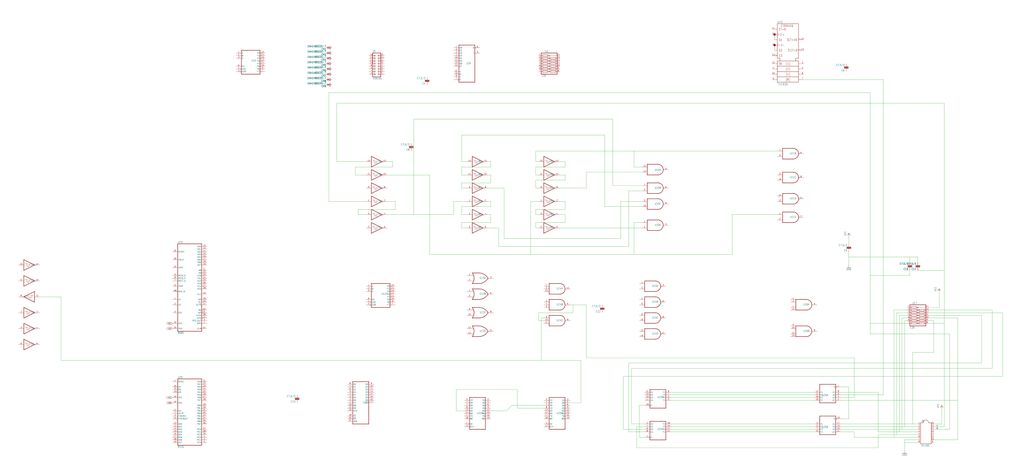
<source format=kicad_sch>
(kicad_sch (version 20211123) (generator eeschema)
  (paper "User" 980.44 456.336)
  (wire (pts (xy 894.08 337.82) (xy 894.08 307.34)))
  (wire (pts (xy 894.08 411.48) (xy 909.32 411.48)))
  (wire (pts (xy 812.8 246.38) (xy 871.22 246.38)))
  (wire (pts (xy 871.22 246.38) (xy 878.84 246.38)))
  (wire (pts (xy 520.7 304.8) (xy 518.16 304.8)))
  (wire (pts (xy 960.12 299.72) (xy 889 299.72)))
  (wire (pts (xy 701.04 205.74) (xy 744.22 205.74)))
  (wire (pts (xy 513.08 160.02) (xy 541.02 160.02)))
  (wire (pts (xy 434.34 193.04) (xy 447.04 193.04)))
  (wire (pts (xy 469.9 167.64) (xy 469.9 175.26)))
  (wire (pts (xy 878.84 411.48) (xy 863.6 411.48)))
  (wire (pts (xy 520.7 391.16) (xy 495.3 391.16)))
  (wire (pts (xy 467.36 193.04) (xy 469.9 193.04)))
  (wire (pts (xy 617.22 411.48) (xy 596.9 411.48)))
  (wire (pts (xy 805.18 401.32) (xy 812.8 401.32)))
  (wire (pts (xy 340.36 167.64) (xy 350.52 167.64)))
  (wire (pts (xy 861.06 302.26) (xy 868.68 302.26)))
  (wire (pts (xy 436.88 393.7) (xy 444.5 393.7)))
  (wire (pts (xy 515.62 307.34) (xy 515.62 299.72)))
  (wire (pts (xy 949.96 297.18) (xy 889 297.18)))
  (wire (pts (xy 513.08 154.94) (xy 513.08 144.78)))
  (wire (pts (xy 541.02 167.64) (xy 535.94 167.64)))
  (wire (pts (xy 469.9 193.04) (xy 469.9 198.12)))
  (wire (pts (xy 617.22 414.02) (xy 601.98 414.02)))
  (wire (pts (xy 477.52 236.22) (xy 601.98 236.22)))
  (wire (pts (xy 607.06 213.36) (xy 607.06 243.84)))
  (wire (pts (xy 441.96 205.74) (xy 447.04 205.74)))
  (wire (pts (xy 868.68 304.8) (xy 863.6 304.8)))
  (wire (pts (xy 561.34 292.1) (xy 561.34 342.9)))
  (wire (pts (xy 642.62 414.02) (xy 779.78 414.02)))
  (wire (pts (xy 441.96 154.94) (xy 441.96 129.54)))
  (wire (pts (xy 375.92 160.02) (xy 340.36 160.02)))
  (wire (pts (xy 594.36 193.04) (xy 614.68 193.04)))
  (wire (pts (xy 518.16 345.44) (xy 58.42 345.44)))
  (wire (pts (xy 556.26 386.08) (xy 546.1 386.08)))
  (wire (pts (xy 779.78 383.54) (xy 642.62 383.54)))
  (wire (pts (xy 546.1 292.1) (xy 548.64 292.1)))
  (wire (pts (xy 878.84 424.18) (xy 866.14 424.18)))
  (wire (pts (xy 812.8 401.32) (xy 812.8 370.84)))
  (wire (pts (xy 548.64 299.72) (xy 548.64 292.1)))
  (wire (pts (xy 609.6 408.94) (xy 617.22 408.94)))
  (wire (pts (xy 594.36 228.6) (xy 594.36 193.04)))
  (wire (pts (xy 866.14 421.64) (xy 866.14 424.18)))
  (wire (pts (xy 612.14 388.62) (xy 612.14 419.1)))
  (wire (pts (xy 868.68 297.18) (xy 855.98 297.18)))
  (wire (pts (xy 467.36 180.34) (xy 482.6 180.34)))
  (wire (pts (xy 909.32 411.48) (xy 909.32 320.04)))
  (wire (pts (xy 604.52 406.4) (xy 604.52 353.06)))
  (wire (pts (xy 541.02 213.36) (xy 513.08 213.36)))
  (wire (pts (xy 607.06 144.78) (xy 607.06 160.02)))
  (wire (pts (xy 411.48 243.84) (xy 508 243.84)))
  (wire (pts (xy 596.9 411.48) (xy 596.9 360.68)))
  (wire (pts (xy 378.46 193.04) (xy 378.46 200.66)))
  (wire (pts (xy 467.36 167.64) (xy 469.9 167.64)))
  (wire (pts (xy 579.12 129.54) (xy 579.12 198.12)))
  (wire (pts (xy 541.02 205.74) (xy 541.02 213.36)))
  (wire (pts (xy 601.98 182.88) (xy 614.68 182.88)))
  (wire (pts (xy 513.08 167.64) (xy 513.08 160.02)))
  (wire (pts (xy 873.76 337.82) (xy 894.08 337.82)))
  (wire (pts (xy 441.96 160.02) (xy 441.96 167.64)))
  (wire (pts (xy 612.14 419.1) (xy 617.22 419.1)))
  (wire (pts (xy 812.8 233.68) (xy 812.8 226.06)))
  (wire (pts (xy 342.9 200.66) (xy 342.9 205.74)))
  (wire (pts (xy 601.98 347.98) (xy 939.8 347.98)))
  (wire (pts (xy 868.68 309.88) (xy 833.12 309.88)))
  (wire (pts (xy 878.84 421.64) (xy 866.14 421.64)))
  (wire (pts (xy 769.62 76.2) (xy 845.82 76.2)))
  (wire (pts (xy 520.7 388.62) (xy 490.22 388.62)))
  (wire (pts (xy 436.88 373.38) (xy 436.88 393.7)))
  (wire (pts (xy 350.52 154.94) (xy 322.58 154.94)))
  (wire (pts (xy 378.46 200.66) (xy 342.9 200.66)))
  (wire (pts (xy 894.08 307.34) (xy 889 307.34)))
  (wire (pts (xy 495.3 391.16) (xy 495.3 373.38)))
  (wire (pts (xy 467.36 205.74) (xy 469.9 205.74)))
  (wire (pts (xy 939.8 302.26) (xy 889 302.26)))
  (wire (pts (xy 939.8 347.98) (xy 939.8 302.26)))
  (wire (pts (xy 878.84 246.38) (xy 878.84 251.46)))
  (wire (pts (xy 840.74 416.56) (xy 840.74 429.26)))
  (wire (pts (xy 855.98 297.18) (xy 855.98 419.1)))
  (wire (pts (xy 447.04 154.94) (xy 441.96 154.94)))
  (wire (pts (xy 482.6 228.6) (xy 594.36 228.6)))
  (wire (pts (xy 601.98 236.22) (xy 601.98 182.88)))
  (wire (pts (xy 642.62 411.48) (xy 779.78 411.48)))
  (wire (pts (xy 878.84 408.94) (xy 866.14 408.94)))
  (wire (pts (xy 863.6 304.8) (xy 863.6 411.48)))
  (wire (pts (xy 833.12 88.9) (xy 314.96 88.9)))
  (wire (pts (xy 541.02 200.66) (xy 513.08 200.66)))
  (wire (pts (xy 535.94 205.74) (xy 541.02 205.74)))
  (wire (pts (xy 812.8 370.84) (xy 805.18 370.84)))
  (wire (pts (xy 845.82 76.2) (xy 845.82 378.46)))
  (wire (pts (xy 485.14 393.7) (xy 469.9 393.7)))
  (wire (pts (xy 375.92 154.94) (xy 375.92 160.02)))
  (wire (pts (xy 904.24 309.88) (xy 904.24 408.94)))
  (wire (pts (xy 744.22 144.78) (xy 607.06 144.78)))
  (wire (pts (xy 541.02 172.72) (xy 541.02 167.64)))
  (wire (pts (xy 495.3 373.38) (xy 436.88 373.38)))
  (wire (pts (xy 617.22 406.4) (xy 604.52 406.4)))
  (wire (pts (xy 817.88 419.1) (xy 817.88 414.02)))
  (wire (pts (xy 889 294.64) (xy 899.16 294.64)))
  (wire (pts (xy 508 243.84) (xy 607.06 243.84)))
  (wire (pts (xy 58.42 345.44) (xy 58.42 284.48)))
  (wire (pts (xy 513.08 172.72) (xy 541.02 172.72)))
  (wire (pts (xy 482.6 180.34) (xy 482.6 228.6)))
  (wire (pts (xy 441.96 167.64) (xy 447.04 167.64)))
  (wire (pts (xy 513.08 180.34) (xy 513.08 172.72)))
  (wire (pts (xy 441.96 180.34) (xy 447.04 180.34)))
  (wire (pts (xy 469.9 213.36) (xy 441.96 213.36)))
  (wire (pts (xy 515.62 180.34) (xy 513.08 180.34)))
  (wire (pts (xy 556.26 345.44) (xy 556.26 386.08)))
  (wire (pts (xy 609.6 429.26) (xy 609.6 408.94)))
  (wire (pts (xy 586.74 114.3) (xy 586.74 177.8)))
  (wire (pts (xy 894.08 421.64) (xy 916.94 421.64)))
  (wire (pts (xy 477.52 218.44) (xy 477.52 236.22)))
  (wire (pts (xy 617.22 388.62) (xy 612.14 388.62)))
  (wire (pts (xy 314.96 193.04) (xy 350.52 193.04)))
  (wire (pts (xy 871.22 251.46) (xy 871.22 246.38)))
  (wire (pts (xy 434.34 205.74) (xy 434.34 193.04)))
  (wire (pts (xy 586.74 177.8) (xy 614.68 177.8)))
  (wire (pts (xy 812.8 246.38) (xy 812.8 241.3)))
  (wire (pts (xy 833.12 264.16) (xy 833.12 88.9)))
  (wire (pts (xy 916.94 383.54) (xy 916.94 304.8)))
  (wire (pts (xy 515.62 167.64) (xy 513.08 167.64)))
  (wire (pts (xy 817.88 381) (xy 805.18 381)))
  (wire (pts (xy 322.58 154.94) (xy 322.58 99.06)))
  (wire (pts (xy 441.96 129.54) (xy 579.12 129.54)))
  (wire (pts (xy 541.02 154.94) (xy 535.94 154.94)))
  (wire (pts (xy 960.12 360.68) (xy 960.12 299.72)))
  (wire (pts (xy 601.98 414.02) (xy 601.98 347.98)))
  (wire (pts (xy 868.68 307.34) (xy 866.14 307.34)))
  (wire (pts (xy 535.94 193.04) (xy 541.02 193.04)))
  (wire (pts (xy 833.12 320.04) (xy 833.12 309.88)))
  (wire (pts (xy 614.68 213.36) (xy 607.06 213.36)))
  (wire (pts (xy 866.14 307.34) (xy 866.14 408.94)))
  (wire (pts (xy 899.16 294.64) (xy 899.16 279.4)))
  (wire (pts (xy 535.94 180.34) (xy 561.34 180.34)))
  (wire (pts (xy 518.16 304.8) (xy 518.16 345.44)))
  (wire (pts (xy 607.06 243.84) (xy 701.04 243.84)))
  (wire (pts (xy 513.08 218.44) (xy 515.62 218.44)))
  (wire (pts (xy 916.94 304.8) (xy 889 304.8)))
  (wire (pts (xy 863.6 411.48) (xy 805.18 411.48)))
  (wire (pts (xy 541.02 193.04) (xy 541.02 200.66)))
  (wire (pts (xy 513.08 205.74) (xy 515.62 205.74)))
  (wire (pts (xy 779.78 408.94) (xy 642.62 408.94)))
  (wire (pts (xy 805.18 383.54) (xy 916.94 383.54)))
  (wire (pts (xy 607.06 160.02) (xy 614.68 160.02)))
  (wire (pts (xy 513.08 200.66) (xy 513.08 205.74)))
  (wire (pts (xy 840.74 414.02) (xy 840.74 375.92)))
  (wire (pts (xy 858.52 416.56) (xy 840.74 416.56)))
  (wire (pts (xy 904.24 259.08) (xy 904.24 309.88)))
  (wire (pts (xy 441.96 213.36) (xy 441.96 218.44)))
  (wire (pts (xy 861.06 414.02) (xy 840.74 414.02)))
  (wire (pts (xy 817.88 342.9) (xy 817.88 381)))
  (wire (pts (xy 370.84 167.64) (xy 411.48 167.64)))
  (wire (pts (xy 779.78 381) (xy 642.62 381)))
  (wire (pts (xy 840.74 429.26) (xy 609.6 429.26)))
  (wire (pts (xy 878.84 416.56) (xy 858.52 416.56)))
  (wire (pts (xy 833.12 309.88) (xy 833.12 264.16)))
  (wire (pts (xy 858.52 299.72) (xy 868.68 299.72)))
  (wire (pts (xy 396.24 205.74) (xy 434.34 205.74)))
  (wire (pts (xy 518.16 345.44) (xy 556.26 345.44)))
  (wire (pts (xy 342.9 205.74) (xy 350.52 205.74)))
  (wire (pts (xy 561.34 165.1) (xy 614.68 165.1)))
  (wire (pts (xy 441.96 218.44) (xy 447.04 218.44)))
  (wire (pts (xy 541.02 160.02) (xy 541.02 154.94)))
  (wire (pts (xy 535.94 218.44) (xy 614.68 218.44)))
  (wire (pts (xy 901.7 406.4) (xy 901.7 391.16)))
  (wire (pts (xy 469.9 198.12) (xy 441.96 198.12)))
  (wire (pts (xy 779.78 378.46) (xy 642.62 378.46)))
  (wire (pts (xy 866.14 408.94) (xy 805.18 408.94)))
  (wire (pts (xy 58.42 284.48) (xy 38.1 284.48)))
  (wire (pts (xy 340.36 160.02) (xy 340.36 167.64)))
  (wire (pts (xy 604.52 353.06) (xy 949.96 353.06)))
  (wire (pts (xy 878.84 414.02) (xy 861.06 414.02)))
  (wire (pts (xy 441.96 175.26) (xy 441.96 180.34)))
  (wire (pts (xy 396.24 114.3) (xy 586.74 114.3)))
  (wire (pts (xy 411.48 167.64) (xy 411.48 243.84)))
  (wire (pts (xy 779.78 375.92) (xy 642.62 375.92)))
  (wire (pts (xy 840.74 375.92) (xy 805.18 375.92)))
  (wire (pts (xy 467.36 154.94) (xy 469.9 154.94)))
  (wire (pts (xy 904.24 99.06) (xy 904.24 259.08)))
  (wire (pts (xy 916.94 421.64) (xy 916.94 383.54)))
  (wire (pts (xy 370.84 193.04) (xy 378.46 193.04)))
  (wire (pts (xy 894.08 406.4) (xy 901.7 406.4)))
  (wire (pts (xy 845.82 378.46) (xy 805.18 378.46)))
  (wire (pts (xy 904.24 309.88) (xy 889 309.88)))
  (wire (pts (xy 878.84 419.1) (xy 855.98 419.1)))
  (wire (pts (xy 812.8 254) (xy 812.8 246.38)))
  (wire (pts (xy 508 193.04) (xy 515.62 193.04)))
  (wire (pts (xy 513.08 144.78) (xy 607.06 144.78)))
  (wire (pts (xy 469.9 160.02) (xy 441.96 160.02)))
  (wire (pts (xy 701.04 243.84) (xy 701.04 205.74)))
  (wire (pts (xy 467.36 218.44) (xy 477.52 218.44)))
  (wire (pts (xy 520.7 307.34) (xy 515.62 307.34)))
  (wire (pts (xy 370.84 154.94) (xy 375.92 154.94)))
  (wire (pts (xy 396.24 205.74) (xy 396.24 114.3)))
  (wire (pts (xy 878.84 406.4) (xy 873.76 406.4)))
  (wire (pts (xy 469.9 154.94) (xy 469.9 160.02)))
  (wire (pts (xy 878.84 259.08) (xy 904.24 259.08)))
  (wire (pts (xy 779.78 406.4) (xy 642.62 406.4)))
  (wire (pts (xy 866.14 424.18) (xy 866.14 431.8)))
  (wire (pts (xy 469.9 175.26) (xy 441.96 175.26)))
  (wire (pts (xy 370.84 205.74) (xy 396.24 205.74)))
  (wire (pts (xy 515.62 154.94) (xy 513.08 154.94)))
  (wire (pts (xy 515.62 299.72) (xy 548.64 299.72)))
  (wire (pts (xy 508 193.04) (xy 508 243.84)))
  (wire (pts (xy 596.9 360.68) (xy 960.12 360.68)))
  (wire (pts (xy 561.34 180.34) (xy 561.34 165.1)))
  (wire (pts (xy 909.32 320.04) (xy 833.12 320.04)))
  (wire (pts (xy 861.06 414.02) (xy 861.06 302.26)))
  (wire (pts (xy 873.76 406.4) (xy 805.18 406.4)))
  (wire (pts (xy 441.96 198.12) (xy 441.96 205.74)))
  (wire (pts (xy 855.98 419.1) (xy 817.88 419.1)))
  (wire (pts (xy 817.88 414.02) (xy 805.18 414.02)))
  (wire (pts (xy 579.12 198.12) (xy 614.68 198.12)))
  (wire (pts (xy 833.12 264.16) (xy 871.22 264.16)))
  (wire (pts (xy 513.08 213.36) (xy 513.08 218.44)))
  (wire (pts (xy 314.96 88.9) (xy 314.96 193.04)))
  (wire (pts (xy 904.24 408.94) (xy 894.08 408.94)))
  (wire (pts (xy 490.22 388.62) (xy 485.14 393.7)))
  (wire (pts (xy 322.58 99.06) (xy 904.24 99.06)))
  (wire (pts (xy 858.52 416.56) (xy 858.52 299.72)))
  (wire (pts (xy 548.64 292.1) (xy 561.34 292.1)))
  (wire (pts (xy 871.22 264.16) (xy 871.22 259.08)))
  (wire (pts (xy 469.9 205.74) (xy 469.9 213.36)))
  (wire (pts (xy 561.34 342.9) (xy 817.88 342.9)))
  (wire (pts (xy 873.76 406.4) (xy 873.76 337.82)))
  (wire (pts (xy 949.96 353.06) (xy 949.96 297.18)))
  (label "B" (at 896.62 411.48 0) (effects (font (size 1.2446 1.2446))))
  (label "A" (at 896.62 408.94 0) (effects (font (size 1.2446 1.2446))))
  (global_label "VCC" (shape bidirectional) (at 165.1 309.88 180) (effects (font (size 1.016 1.016))) (property "Intersheet References" "${INTERSHEET_REFS}" (effects hide)))
  (global_label "VSS" (shape bidirectional) (at 165.1 386.08 180) (effects (font (size 1.016 1.016))) (property "Intersheet References" "${INTERSHEET_REFS}" (effects hide)))
  (global_label "VCC" (shape bidirectional) (at 165.1 381 180) (effects (font (size 1.016 1.016))) (property "Intersheet References" "${INTERSHEET_REFS}" (effects hide)))
  (global_label "VSS" (shape bidirectional) (at 165.1 314.96 180) (effects (font (size 1.016 1.016))) (property "Intersheet References" "${INTERSHEET_REFS}" (effects hide)))
  (symbol (lib_id "1090-2-eagle-import:7414N") (at 525.78 167.64 0) (unit 2)
    (property "Reference" "U9" (at 525.145 168.275 0) (effects (font (size 1.778 1.5113)) (justify left bottom)))
    (property "Value" "7414N" (effects hide))
    (property "Footprint" "1090-2:DIL14" (effects hide))
  )
  (symbol (lib_id "1090-2-eagle-import:7414N") (at 360.68 205.74 0) (unit 5)
    (property "Reference" "U7" (at 360.045 206.375 0) (effects (font (size 1.778 1.5113)) (justify left bottom)))
    (property "Value" "7414N" (effects hide))
    (property "Footprint" "1090-2:DIL14" (effects hide))
  )
  (symbol (lib_id "1090-2-eagle-import:7421N") (at 769.62 292.1 0) (unit 1)
    (property "Reference" "U16" (at 768.985 292.735 0) (effects (font (size 1.778 1.5113)) (justify left bottom)))
    (property "Value" "7421N" (effects hide))
    (property "Footprint" "1090-2:DIL14" (effects hide))
  )
  (symbol (lib_id "1090-2-eagle-import:7432N") (at 459.74 281.94 0) (unit 2)
    (property "Reference" "U13" (at 459.105 282.575 0) (effects (font (size 1.778 1.5113)) (justify left bottom)))
    (property "Value" "7432N" (effects hide))
    (property "Footprint" "1090-2:DIL14" (effects hide))
  )
  (symbol (lib_id "1090-2-eagle-import:C7.5{slash}3") (at 576.58 297.18 180) (unit 1)
    (property "Reference" "C12" (at 575.056 297.561 0) (effects (font (size 1.778 1.5113)) (justify left bottom)))
    (property "Value" "C7.5{slash}3" (at 575.056 292.481 0) (effects (font (size 1.778 1.5113)) (justify left bottom)))
    (property "Footprint" "1090-2:C7.5B3" (effects hide))
  )
  (symbol (lib_id "1090-2-eagle-import:7414N") (at 27.94 299.72 0) (unit 4)
    (property "Reference" "IC1" (at 27.305 300.355 0) (effects (font (size 1.778 1.5113)) (justify left bottom)))
    (property "Value" "7414N" (effects hide))
    (property "Footprint" "1090-2:DIL14" (effects hide))
  )
  (symbol (lib_id "1090-2-eagle-import:1N4148DO35-7") (at 314.96 45.72 180) (unit 1)
    (property "Reference" "CR2" (at 312.42 46.2026 0) (effects (font (size 1.778 1.5113)) (justify left bottom)))
    (property "Value" "1N4148DO35-7" (at 312.42 43.4086 0) (effects (font (size 1.778 1.5113)) (justify left bottom)))
    (property "Footprint" "1090-2:DO35-7" (effects hide))
  )
  (symbol (lib_id "1090-2-eagle-import:7414N") (at 360.68 154.94 0) (unit 1)
    (property "Reference" "U7" (at 360.045 155.575 0) (effects (font (size 1.778 1.5113)) (justify left bottom)))
    (property "Value" "7414N" (effects hide))
    (property "Footprint" "1090-2:DIL14" (effects hide))
  )
  (symbol (lib_id "1090-2-eagle-import:7400N") (at 624.84 289.56 0) (unit 2)
    (property "Reference" "U15" (at 624.205 290.195 0) (effects (font (size 1.778 1.5113)) (justify left bottom)))
    (property "Value" "7400N" (effects hide))
    (property "Footprint" "1090-2:DIL14" (effects hide))
  )
  (symbol (lib_id "1090-2-eagle-import:74138N") (at 241.3 58.42 0) (unit 1)
    (property "Reference" "U1" (at 240.665 59.055 0) (effects (font (size 1.778 1.5113)) (justify left bottom)))
    (property "Value" "74138N" (effects hide))
    (property "Footprint" "1090-2:DIL16" (effects hide))
  )
  (symbol (lib_id "1090-2-eagle-import:7400N") (at 624.84 274.32 0) (unit 1)
    (property "Reference" "U15" (at 624.205 274.955 0) (effects (font (size 1.778 1.5113)) (justify left bottom)))
    (property "Value" "7400N" (effects hide))
    (property "Footprint" "1090-2:DIL14" (effects hide))
  )
  (symbol (lib_id "1090-2-eagle-import:13R") (at 878.84 302.26 0) (unit 1)
    (property "Reference" "U17" (at 878.205 289.56 0) (effects (font (size 1.778 1.5113)) (justify right top)))
    (property "Value" "13R" (at 871.22 314.96 0) (effects (font (size 1.778 1.5113)) (justify left bottom)))
    (property "Footprint" "1090-2:DIL14" (effects hide))
  )
  (symbol (lib_id "1090-2-eagle-import:7414N") (at 457.2 218.44 0) (unit 6)
    (property "Reference" "U8" (at 456.565 219.075 0) (effects (font (size 1.778 1.5113)) (justify left bottom)))
    (property "Value" "7414N" (effects hide))
    (property "Footprint" "1090-2:DIL14" (effects hide))
  )
  (symbol (lib_id "1090-2-eagle-import:7414N") (at 525.78 218.44 0) (unit 6)
    (property "Reference" "U9" (at 525.145 219.075 0) (effects (font (size 1.778 1.5113)) (justify left bottom)))
    (property "Value" "7414N" (effects hide))
    (property "Footprint" "1090-2:DIL14" (effects hide))
  )
  (symbol (lib_id "1090-2-eagle-import:74151N") (at 447.04 60.96 0) (unit 1)
    (property "Reference" "U2" (at 446.405 61.595 0) (effects (font (size 1.778 1.5113)) (justify left bottom)))
    (property "Value" "74151N" (effects hide))
    (property "Footprint" "1090-2:DIL16" (effects hide))
  )
  (symbol (lib_id "1090-2-eagle-import:7414N") (at 457.2 154.94 0) (unit 1)
    (property "Reference" "U8" (at 456.565 155.575 0) (effects (font (size 1.778 1.5113)) (justify left bottom)))
    (property "Value" "7414N" (effects hide))
    (property "Footprint" "1090-2:DIL14" (effects hide))
  )
  (symbol (lib_id "1090-2-eagle-import:7414N") (at 27.94 284.48 0) (mirror y) (unit 3)
    (property "Reference" "IC1" (at 28.575 285.115 0) (effects (font (size 1.778 1.5113)) (justify left bottom)))
    (property "Value" "7414N" (effects hide))
    (property "Footprint" "1090-2:DIL14" (effects hide))
  )
  (symbol (lib_id "1090-2-eagle-import:7414N") (at 27.94 330.2 0) (unit 6)
    (property "Reference" "IC1" (at 27.305 330.835 0) (effects (font (size 1.778 1.5113)) (justify left bottom)))
    (property "Value" "7414N" (effects hide))
    (property "Footprint" "1090-2:DIL14" (effects hide))
  )
  (symbol (lib_id "1090-2-eagle-import:7414N") (at 27.94 269.24 0) (unit 2)
    (property "Reference" "IC1" (at 27.305 269.875 0) (effects (font (size 1.778 1.5113)) (justify left bottom)))
    (property "Value" "7414N" (effects hide))
    (property "Footprint" "1090-2:DIL14" (effects hide))
  )
  (symbol (lib_id "1090-2-eagle-import:GND") (at 812.8 256.54 0) (unit 1)
    (property "Reference" "#GND2" (effects hide))
    (property "Value" "GND" (at 810.26 259.08 0) (effects (font (size 1.778 1.5113)) (justify left bottom)))
    (property "Footprint" "1090-2:" (effects hide))
  )
  (symbol (lib_id "1090-2-eagle-import:1N4148DO35-7") (at 314.96 66.04 180) (unit 1)
    (property "Reference" "CR6" (at 312.42 66.5226 0) (effects (font (size 1.778 1.5113)) (justify left bottom)))
    (property "Value" "1N4148DO35-7" (at 312.42 63.7286 0) (effects (font (size 1.778 1.5113)) (justify left bottom)))
    (property "Footprint" "1090-2:DO35-7" (effects hide))
  )
  (symbol (lib_id "1090-2-eagle-import:8155") (at 182.88 396.24 0) (unit 1)
    (property "Reference" "U20" (at 170.18 362.585 0) (effects (font (size 1.778 1.5113)) (justify left bottom)))
    (property "Value" "8155" (at 170.18 429.26 0) (effects (font (size 1.778 1.5113)) (justify left bottom)))
    (property "Footprint" "1090-2:DIL40" (effects hide))
  )
  (symbol (lib_id "1090-2-eagle-import:VCC") (at 901.7 388.62 0) (unit 1)
    (property "Reference" "#P+3" (effects hide))
    (property "Value" "VCC" (at 899.16 391.16 90) (effects (font (size 1.778 1.5113)) (justify left bottom)))
    (property "Footprint" "1090-2:" (effects hide))
  )
  (symbol (lib_id "1090-2-eagle-import:7400N") (at 756.92 190.5 0) (unit 4)
    (property "Reference" "U11" (at 756.285 191.135 0) (effects (font (size 1.778 1.5113)) (justify left bottom)))
    (property "Value" "7400N" (effects hide))
    (property "Footprint" "1090-2:DIL14" (effects hide))
  )
  (symbol (lib_id "1090-2-eagle-import:7432N") (at 459.74 299.72 0) (unit 3)
    (property "Reference" "U13" (at 459.105 300.355 0) (effects (font (size 1.778 1.5113)) (justify left bottom)))
    (property "Value" "7432N" (effects hide))
    (property "Footprint" "1090-2:DIL14" (effects hide))
  )
  (symbol (lib_id "1090-2-eagle-import:7414N") (at 457.2 180.34 0) (unit 3)
    (property "Reference" "U8" (at 456.565 180.975 0) (effects (font (size 1.778 1.5113)) (justify left bottom)))
    (property "Value" "7414N" (effects hide))
    (property "Footprint" "1090-2:DIL14" (effects hide))
  )
  (symbol (lib_id "1090-2-eagle-import:74244N") (at 629.92 411.48 0) (unit 1)
    (property "Reference" "U24" (at 629.285 412.115 0) (effects (font (size 1.778 1.5113)) (justify left bottom)))
    (property "Value" "74244N" (effects hide))
    (property "Footprint" "1090-2:DIL20" (effects hide))
  )
  (symbol (lib_id "1090-2-eagle-import:7414N") (at 457.2 193.04 0) (unit 4)
    (property "Reference" "U8" (at 456.565 193.675 0) (effects (font (size 1.778 1.5113)) (justify left bottom)))
    (property "Value" "7414N" (effects hide))
    (property "Footprint" "1090-2:DIL14" (effects hide))
  )
  (symbol (lib_id "1090-2-eagle-import:7400N") (at 756.92 208.28 0) (unit 1)
    (property "Reference" "U11" (at 756.285 208.915 0) (effects (font (size 1.778 1.5113)) (justify left bottom)))
    (property "Value" "7400N" (effects hide))
    (property "Footprint" "1090-2:DIL14" (effects hide))
  )
  (symbol (lib_id "1090-2-eagle-import:VCC") (at 812.8 223.52 0) (unit 1)
    (property "Reference" "#P+1" (effects hide))
    (property "Value" "VCC" (at 810.26 226.06 90) (effects (font (size 1.778 1.5113)) (justify left bottom)))
    (property "Footprint" "1090-2:" (effects hide))
  )
  (symbol (lib_id "1090-2-eagle-import:7400N") (at 624.84 320.04 0) (unit 4)
    (property "Reference" "U15" (at 624.205 320.675 0) (effects (font (size 1.778 1.5113)) (justify left bottom)))
    (property "Value" "7400N" (effects hide))
    (property "Footprint" "1090-2:DIL14" (effects hide))
  )
  (symbol (lib_id "1090-2-eagle-import:7414N") (at 457.2 205.74 0) (unit 5)
    (property "Reference" "U8" (at 456.565 206.375 0) (effects (font (size 1.778 1.5113)) (justify left bottom)))
    (property "Value" "7414N" (effects hide))
    (property "Footprint" "1090-2:DIL14" (effects hide))
  )
  (symbol (lib_id "1090-2-eagle-import:7414N") (at 525.78 205.74 0) (unit 5)
    (property "Reference" "U9" (at 525.145 206.375 0) (effects (font (size 1.778 1.5113)) (justify left bottom)))
    (property "Value" "7414N" (effects hide))
    (property "Footprint" "1090-2:DIL14" (effects hide))
  )
  (symbol (lib_id "1090-2-eagle-import:7414N") (at 27.94 254 0) (unit 1)
    (property "Reference" "IC1" (at 27.305 254.635 0) (effects (font (size 1.778 1.5113)) (justify left bottom)))
    (property "Value" "7414N" (effects hide))
    (property "Footprint" "1090-2:DIL14" (effects hide))
  )
  (symbol (lib_id "1090-2-eagle-import:1N4148DO35-7") (at 314.96 81.28 180) (unit 1)
    (property "Reference" "CR9" (at 312.42 81.7626 0) (effects (font (size 1.778 1.5113)) (justify left bottom)))
    (property "Value" "1N4148DO35-7" (at 312.42 78.9686 0) (effects (font (size 1.778 1.5113)) (justify left bottom)))
    (property "Footprint" "1090-2:DO35-7" (effects hide))
  )
  (symbol (lib_id "1090-2-eagle-import:7411N") (at 533.4 292.1 0) (unit 2)
    (property "Reference" "U14" (at 532.765 292.735 0) (effects (font (size 1.778 1.5113)) (justify left bottom)))
    (property "Value" "7411N" (effects hide))
    (property "Footprint" "1090-2:DIL14" (effects hide))
  )
  (symbol (lib_id "1090-2-eagle-import:7414N") (at 360.68 180.34 0) (unit 3)
    (property "Reference" "U7" (at 360.045 180.975 0) (effects (font (size 1.778 1.5113)) (justify left bottom)))
    (property "Value" "7414N" (effects hide))
    (property "Footprint" "1090-2:DIL14" (effects hide))
  )
  (symbol (lib_id "1090-2-eagle-import:74244N") (at 629.92 381 0) (unit 2)
    (property "Reference" "U24" (at 629.285 381.635 0) (effects (font (size 1.778 1.5113)) (justify left bottom)))
    (property "Value" "74244N" (effects hide))
    (property "Footprint" "1090-2:DIL20" (effects hide))
  )
  (symbol (lib_id "1090-2-eagle-import:2716") (at 347.98 386.08 0) (unit 1)
    (property "Reference" "U21" (at 347.345 386.715 0) (effects (font (size 1.778 1.5113)) (justify left bottom)))
    (property "Value" "2716" (effects hide))
    (property "Footprint" "1090-2:DIL24" (effects hide))
  )
  (symbol (lib_id "1090-2-eagle-import:8085") (at 182.88 274.32 0) (unit 1)
    (property "Reference" "U19" (at 170.18 233.045 0) (effects (font (size 1.778 1.5113)) (justify left bottom)))
    (property "Value" "8085" (at 170.18 320.04 0) (effects (font (size 1.778 1.5113)) (justify left bottom)))
    (property "Footprint" "1090-2:DIL40" (effects hide))
  )
  (symbol (lib_id "1090-2-eagle-import:7414N") (at 525.78 193.04 0) (unit 4)
    (property "Reference" "U9" (at 525.145 193.675 0) (effects (font (size 1.778 1.5113)) (justify left bottom)))
    (property "Value" "7414N" (effects hide))
    (property "Footprint" "1090-2:DIL14" (effects hide))
  )
  (symbol (lib_id "1090-2-eagle-import:7414N") (at 360.68 218.44 0) (unit 6)
    (property "Reference" "U7" (at 360.045 219.075 0) (effects (font (size 1.778 1.5113)) (justify left bottom)))
    (property "Value" "7414N" (effects hide))
    (property "Footprint" "1090-2:DIL14" (effects hide))
  )
  (symbol (lib_id "1090-2-eagle-import:C7.5{slash}3") (at 871.22 256.54 180) (unit 1)
    (property "Reference" "C10" (at 869.696 256.921 0) (effects (font (size 1.778 1.5113)) (justify left bottom)))
    (property "Value" "C7.5{slash}3" (at 869.696 251.841 0) (effects (font (size 1.778 1.5113)) (justify left bottom)))
    (property "Footprint" "1090-2:C7.5B3" (effects hide))
  )
  (symbol (lib_id "1090-2-eagle-import:1N4148DO35-7") (at 314.96 55.88 180) (unit 1)
    (property "Reference" "CR4" (at 312.42 56.3626 0) (effects (font (size 1.778 1.5113)) (justify left bottom)))
    (property "Value" "1N4148DO35-7" (at 312.42 53.5686 0) (effects (font (size 1.778 1.5113)) (justify left bottom)))
    (property "Footprint" "1090-2:DO35-7" (effects hide))
  )
  (symbol (lib_id "1090-2-eagle-import:13R") (at 525.78 60.96 0) (unit 1)
    (property "Reference" "U3" (at 525.145 48.26 0) (effects (font (size 1.778 1.5113)) (justify right top)))
    (property "Value" "13R" (at 518.16 73.66 0) (effects (font (size 1.778 1.5113)) (justify left bottom)))
    (property "Footprint" "1090-2:DIL14" (effects hide))
  )
  (symbol (lib_id "1090-2-eagle-import:C7.5{slash}3") (at 393.7 142.24 180) (unit 1)
    (property "Reference" "C8" (at 392.176 142.621 0) (effects (font (size 1.778 1.5113)) (justify left bottom)))
    (property "Value" "C7.5{slash}3" (at 392.176 137.541 0) (effects (font (size 1.778 1.5113)) (justify left bottom)))
    (property "Footprint" "1090-2:C7.5B3" (effects hide))
  )
  (symbol (lib_id "1090-2-eagle-import:C7.5{slash}3") (at 408.94 78.74 180) (unit 1)
    (property "Reference" "C4" (at 407.416 79.121 0) (effects (font (size 1.778 1.5113)) (justify left bottom)))
    (property "Value" "C7.5{slash}3" (at 407.416 74.041 0) (effects (font (size 1.778 1.5113)) (justify left bottom)))
    (property "Footprint" "1090-2:C7.5B3" (effects hide))
  )
  (symbol (lib_id "1090-2-eagle-import:7400N") (at 756.92 170.18 0) (unit 3)
    (property "Reference" "U11" (at 756.285 170.815 0) (effects (font (size 1.778 1.5113)) (justify left bottom)))
    (property "Value" "7400N" (effects hide))
    (property "Footprint" "1090-2:DIL14" (effects hide))
  )
  (symbol (lib_id "1090-2-eagle-import:1N4148DO35-7") (at 314.96 71.12 180) (unit 1)
    (property "Reference" "CR7" (at 312.42 71.6026 0) (effects (font (size 1.778 1.5113)) (justify left bottom)))
    (property "Value" "1N4148DO35-7" (at 312.42 68.8086 0) (effects (font (size 1.778 1.5113)) (justify left bottom)))
    (property "Footprint" "1090-2:DO35-7" (effects hide))
  )
  (symbol (lib_id "1090-2-eagle-import:1N4148DO35-7") (at 314.96 50.8 180) (unit 1)
    (property "Reference" "CR3" (at 312.42 51.2826 0) (effects (font (size 1.778 1.5113)) (justify left bottom)))
    (property "Value" "1N4148DO35-7" (at 312.42 48.4886 0) (effects (font (size 1.778 1.5113)) (justify left bottom)))
    (property "Footprint" "1090-2:DO35-7" (effects hide))
  )
  (symbol (lib_id "1090-2-eagle-import:7432N") (at 459.74 266.7 0) (unit 1)
    (property "Reference" "U13" (at 459.105 267.335 0) (effects (font (size 1.778 1.5113)) (justify left bottom)))
    (property "Value" "7432N" (effects hide))
    (property "Footprint" "1090-2:DIL14" (effects hide))
  )
  (symbol (lib_id "1090-2-eagle-import:C7.5{slash}3") (at 284.48 383.54 180) (unit 1)
    (property "Reference" "C13" (at 282.956 383.921 0) (effects (font (size 1.778 1.5113)) (justify left bottom)))
    (property "Value" "C7.5{slash}3" (at 282.956 378.841 0) (effects (font (size 1.778 1.5113)) (justify left bottom)))
    (property "Footprint" "1090-2:C7.5B3" (effects hide))
  )
  (symbol (lib_id "1090-2-eagle-import:7414N") (at 360.68 193.04 0) (unit 4)
    (property "Reference" "U7" (at 360.045 193.675 0) (effects (font (size 1.778 1.5113)) (justify left bottom)))
    (property "Value" "7414N" (effects hide))
    (property "Footprint" "1090-2:DIL14" (effects hide))
  )
  (symbol (lib_id "1090-2-eagle-import:7414N") (at 457.2 167.64 0) (unit 2)
    (property "Reference" "U8" (at 456.565 168.275 0) (effects (font (size 1.778 1.5113)) (justify left bottom)))
    (property "Value" "7414N" (effects hide))
    (property "Footprint" "1090-2:DIL14" (effects hide))
  )
  (symbol (lib_id "1090-2-eagle-import:7432N") (at 459.74 317.5 0) (unit 4)
    (property "Reference" "U13" (at 459.105 318.135 0) (effects (font (size 1.778 1.5113)) (justify left bottom)))
    (property "Value" "7432N" (effects hide))
    (property "Footprint" "1090-2:DIL14" (effects hide))
  )
  (symbol (lib_id "1090-2-eagle-import:GND") (at 866.14 434.34 0) (unit 1)
    (property "Reference" "#GND1" (effects hide))
    (property "Value" "GND" (at 863.6 436.88 0) (effects (font (size 1.778 1.5113)) (justify left bottom)))
    (property "Footprint" "1090-2:" (effects hide))
  )
  (symbol (lib_id "1090-2-eagle-import:CON16L") (at 360.68 60.96 0) (unit 1)
    (property "Reference" "J5" (at 356.87 50.038 0) (effects (font (size 1.778 1.5113)) (justify left bottom)))
    (property "Value" "CON16L" (at 356.87 76.2 0) (effects (font (size 1.778 1.5113)) (justify left bottom)))
    (property "Footprint" "1090-2:CON16L" (effects hide))
  )
  (symbol (lib_id "1090-2-eagle-import:7414N") (at 27.94 314.96 0) (unit 5)
    (property "Reference" "IC1" (at 27.305 315.595 0) (effects (font (size 1.778 1.5113)) (justify left bottom)))
    (property "Value" "7414N" (effects hide))
    (property "Footprint" "1090-2:DIL14" (effects hide))
  )
  (symbol (lib_id "1090-2-eagle-import:74138N") (at 365.76 281.94 0) (unit 1)
    (property "Reference" "U12" (at 365.125 282.575 0) (effects (font (size 1.778 1.5113)) (justify left bottom)))
    (property "Value" "74138N" (effects hide))
    (property "Footprint" "1090-2:DIL16" (effects hide))
  )
  (symbol (lib_id "1090-2-eagle-import:7414N") (at 525.78 154.94 0) (unit 1)
    (property "Reference" "U9" (at 525.145 155.575 0) (effects (font (size 1.778 1.5113)) (justify left bottom)))
    (property "Value" "7414N" (effects hide))
    (property "Footprint" "1090-2:DIL14" (effects hide))
  )
  (symbol (lib_id "1090-2-eagle-import:74374N") (at 457.2 396.24 0) (unit 1)
    (property "Reference" "U22" (at 456.565 396.875 0) (effects (font (size 1.778 1.5113)) (justify left bottom)))
    (property "Value" "74374N" (effects hide))
    (property "Footprint" "1090-2:DIL20" (effects hide))
  )
  (symbol (lib_id "1090-2-eagle-import:74244N") (at 792.48 408.94 180) (unit 2)
    (property "Reference" "U25" (at 793.115 408.305 0) (effects (font (size 1.778 1.5113)) (justify left bottom)))
    (property "Value" "74244N" (effects hide))
    (property "Footprint" "1090-2:DIL20" (effects hide))
  )
  (symbol (lib_id "1090-2-eagle-import:7414N") (at 525.78 180.34 0) (unit 3)
    (property "Reference" "U9" (at 525.145 180.975 0) (effects (font (size 1.778 1.5113)) (justify left bottom)))
    (property "Value" "7414N" (effects hide))
    (property "Footprint" "1090-2:DIL14" (effects hide))
  )
  (symbol (lib_id "1090-2-eagle-import:7408N") (at 627.38 180.34 0) (unit 2)
    (property "Reference" "U10" (at 626.745 180.975 0) (effects (font (size 1.778 1.5113)) (justify left bottom)))
    (property "Value" "7408N" (effects hide))
    (property "Footprint" "1090-2:DIL14" (effects hide))
  )
  (symbol (lib_id "1090-2-eagle-import:7408N") (at 627.38 162.56 0) (mirror x) (unit 4)
    (property "Reference" "U10" (at 626.745 161.925 0) (effects (font (size 1.778 1.5113)) (justify left bottom)))
    (property "Value" "7408N" (effects hide))
    (property "Footprint" "1090-2:DIL14" (effects hide))
  )
  (symbol (lib_id "1090-2-eagle-import:1N4148DO35-7") (at 314.96 76.2 180) (unit 1)
    (property "Reference" "CR8" (at 312.42 76.6826 0) (effects (font (size 1.778 1.5113)) (justify left bottom)))
    (property "Value" "1N4148DO35-7" (at 312.42 73.8886 0) (effects (font (size 1.778 1.5113)) (justify left bottom)))
    (property "Footprint" "1090-2:DO35-7" (effects hide))
  )
  (symbol (lib_id "1090-2-eagle-import:C7.5{slash}3") (at 810.26 66.04 180) (unit 1)
    (property "Reference" "C6" (at 808.736 66.421 0) (effects (font (size 1.778 1.5113)) (justify left bottom)))
    (property "Value" "C7.5{slash}3" (at 808.736 61.341 0) (effects (font (size 1.778 1.5113)) (justify left bottom)))
    (property "Footprint" "1090-2:C7.5B3" (effects hide))
  )
  (symbol (lib_id "1090-2-eagle-import:1N4148DO35-7") (at 314.96 60.96 180) (unit 1)
    (property "Reference" "CR5" (at 312.42 61.4426 0) (effects (font (size 1.778 1.5113)) (justify left bottom)))
    (property "Value" "1N4148DO35-7" (at 312.42 58.6486 0) (effects (font (size 1.778 1.5113)) (justify left bottom)))
    (property "Footprint" "1090-2:DO35-7" (effects hide))
  )
  (symbol (lib_id "1090-2-eagle-import:74193N") (at 754.38 50.8 0) (unit 3)
    (property "Reference" "U4" (at 744.22 22.225 0) (effects (font (size 2.032 1.7272)) (justify left bottom)))
    (property "Value" "74193N" (at 744.22 81.915 0) (effects (font (size 2.032 1.7272)) (justify left bottom)))
    (property "Footprint" "1090-2:DIL16" (effects hide))
  )
  (symbol (lib_id "1090-2-eagle-import:C7.5{slash}3") (at 812.8 238.76 180) (unit 1)
    (property "Reference" "C9" (at 811.276 239.141 0) (effects (font (size 1.778 1.5113)) (justify left bottom)))
    (property "Value" "C7.5{slash}3" (at 811.276 234.061 0) (effects (font (size 1.778 1.5113)) (justify left bottom)))
    (property "Footprint" "1090-2:C7.5B3" (effects hide))
  )
  (symbol (lib_id "1090-2-eagle-import:7421N") (at 769.62 317.5 0) (unit 2)
    (property "Reference" "U16" (at 768.985 318.135 0) (effects (font (size 1.778 1.5113)) (justify left bottom)))
    (property "Value" "7421N" (effects hide))
    (property "Footprint" "1090-2:DIL14" (effects hide))
  )
  (symbol (lib_id "1090-2-eagle-import:7408N") (at 627.38 215.9 0) (unit 1)
    (property "Reference" "U10" (at 626.745 216.535 0) (effects (font (size 1.778 1.5113)) (justify left bottom)))
    (property "Value" "7408N" (effects hide))
    (property "Footprint" "1090-2:DIL14" (effects hide))
  )
  (symbol (lib_id "1090-2-eagle-import:74244N") (at 792.48 378.46 180) (unit 1)
    (property "Reference" "U25" (at 793.115 377.825 0) (effects (font (size 1.778 1.5113)) (justify left bottom)))
    (property "Value" "74244N" (effects hide))
    (property "Footprint" "1090-2:DIL20" (effects hide))
  )
  (symbol (lib_id "1090-2-eagle-import:7400N") (at 624.84 304.8 0) (unit 3)
    (property "Reference" "U15" (at 624.205 305.435 0) (effects (font (size 1.778 1.5113)) (justify left bottom)))
    (property "Value" "7400N" (effects hide))
    (property "Footprint" "1090-2:DIL14" (effects hide))
  )
  (symbol (lib_id "1090-2-eagle-import:7408N") (at 627.38 195.58 0) (unit 3)
    (property "Reference" "U10" (at 626.745 196.215 0) (effects (font (size 1.778 1.5113)) (justify left bottom)))
    (property "Value" "7408N" (effects hide))
    (property "Footprint" "1090-2:DIL14" (effects hide))
  )
  (symbol (lib_id "1090-2-eagle-import:VCC") (at 899.16 276.86 0) (unit 1)
    (property "Reference" "#P+2" (effects hide))
    (property "Value" "VCC" (at 896.62 279.4 90) (effects (font (size 1.778 1.5113)) (justify left bottom)))
    (property "Footprint" "1090-2:" (effects hide))
  )
  (symbol (lib_id "1090-2-eagle-import:7414N") (at 360.68 167.64 0) (unit 2)
    (property "Reference" "U7" (at 360.045 168.275 0) (effects (font (size 1.778 1.5113)) (justify left bottom)))
    (property "Value" "7414N" (effects hide))
    (property "Footprint" "1090-2:DIL14" (effects hide))
  )
  (symbol (lib_id "1090-2-eagle-import:7400N") (at 756.92 147.32 0) (unit 2)
    (property "Reference" "U11" (at 756.285 147.955 0) (effects (font (size 1.778 1.5113)) (justify left bottom)))
    (property "Value" "7400N" (effects hide))
    (property "Footprint" "1090-2:DIL14" (effects hide))
  )
  (symbol (lib_id "1090-2-eagle-import:74374N") (at 533.4 396.24 0) (unit 1)
    (property "Reference" "U23" (at 532.765 396.875 0) (effects (font (size 1.778 1.5113)) (justify left bottom)))
    (property "Value" "74374N" (effects hide))
    (property "Footprint" "1090-2:DIL20" (effects hide))
  )
  (symbol (lib_id "1090-2-eagle-import:DIL16S") (at 886.46 414.02 0) (unit 1)
    (property "Reference" "J8" (at 882.015 404.495 0) (effects (font (size 1.778 1.5113)) (justify left bottom)))
    (property "Value" "DIL16S" (at 882.015 427.99 0) (effects (font (size 1.778 1.5113)) (justify left bottom)))
    (property "Footprint" "1090-2:SOCKET-16" (effects hide))
  )
  (symbol (lib_id "1090-2-eagle-import:C7.5{slash}3") (at 878.84 256.54 180) (unit 1)
    (property "Reference" "C11" (at 877.316 256.921 0) (effects (font (size 1.778 1.5113)) (justify left bottom)))
    (property "Value" "C7.5{slash}3" (at 877.316 251.841 0) (effects (font (size 1.778 1.5113)) (justify left bottom)))
    (property "Footprint" "1090-2:C7.5B3" (effects hide))
  )
  (symbol (lib_id "1090-2-eagle-import:7411N") (at 533.4 307.34 0) (unit 3)
    (property "Reference" "U14" (at 532.765 307.975 0) (effects (font (size 1.778 1.5113)) (justify left bottom)))
    (property "Value" "7411N" (effects hide))
    (property "Footprint" "1090-2:DIL14" (effects hide))
  )
  (symbol (lib_id "1090-2-eagle-import:7411N") (at 533.4 276.86 0) (unit 1)
    (property "Reference" "U14" (at 532.765 277.495 0) (effects (font (size 1.778 1.5113)) (justify left bottom)))
    (property "Value" "7411N" (effects hide))
    (property "Footprint" "1090-2:DIL14" (effects hide))
  )
)
</source>
